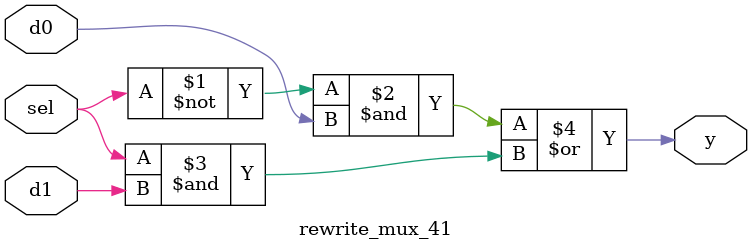
<source format=sv>
module rewrite_mux_41(input logic sel, d0, d1, output logic y);
  assign y = (~sel & d0) | (sel & d1);
endmodule

</source>
